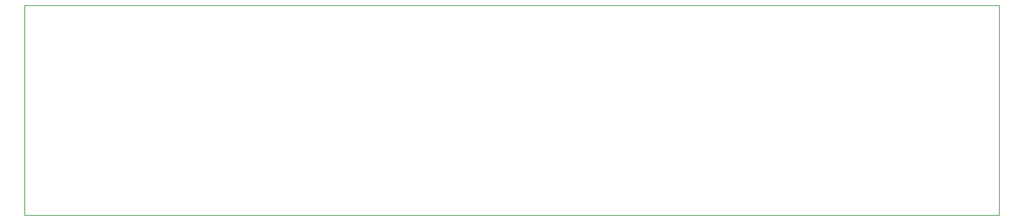
<source format=gko>
*%FSLAX24Y24*%
*%MOIN*%
G01*
%ADD11C,0.0000*%
%ADD12C,0.0050*%
%ADD13C,0.0060*%
%ADD14C,0.0070*%
%ADD15C,0.0073*%
%ADD16C,0.0079*%
%ADD17C,0.0080*%
%ADD18C,0.0098*%
%ADD19C,0.0100*%
%ADD20C,0.0120*%
%ADD21C,0.0140*%
%ADD22C,0.0160*%
%ADD23C,0.0180*%
%ADD24C,0.0180*%
%ADD25C,0.0200*%
%ADD26C,0.0200*%
%ADD27C,0.0250*%
%ADD28C,0.0260*%
%ADD29C,0.0300*%
%ADD30C,0.0300*%
%ADD31C,0.0320*%
%ADD32C,0.0320*%
%ADD33C,0.0340*%
%ADD34C,0.0360*%
%ADD35C,0.0380*%
%ADD36C,0.0394*%
%ADD37C,0.0400*%
%ADD38C,0.0400*%
%ADD39C,0.0434*%
%ADD40C,0.0440*%
%ADD41C,0.0450*%
%ADD42C,0.0500*%
%ADD43C,0.0500*%
%ADD44C,0.0520*%
%ADD45C,0.0540*%
%ADD46C,0.0560*%
%ADD47O,0.0560X0.0850*%
%ADD48C,0.0580*%
%ADD49C,0.0600*%
%ADD50O,0.0600X0.0890*%
%ADD51C,0.0620*%
%ADD52C,0.0640*%
%ADD53C,0.0670*%
%ADD54C,0.0680*%
%ADD55C,0.0700*%
%ADD56C,0.0740*%
%ADD57C,0.0760*%
%ADD58C,0.0800*%
%ADD59C,0.0800*%
%ADD60C,0.0820*%
%ADD61C,0.0827*%
%ADD62C,0.0840*%
%ADD63C,0.0870*%
%ADD64C,0.0900*%
%ADD65C,0.1000*%
%ADD66C,0.1000*%
%ADD67C,0.1040*%
%ADD68C,0.1200*%
%ADD69C,0.1250*%
%ADD70C,0.1500*%
%ADD71C,0.1516*%
%ADD72C,0.1516*%
%ADD73C,0.2000*%
%ADD74C,0.2040*%
%ADD75C,0.2500*%
%ADD76R,0.0200X0.0200*%
%ADD77R,0.0200X0.0500*%
%ADD78R,0.0200X0.0650*%
%ADD79R,0.0200X0.1600*%
%ADD80R,0.0280X0.0600*%
%ADD81R,0.0300X0.0300*%
%ADD82R,0.0320X0.0640*%
%ADD83R,0.0350X0.0550*%
%ADD84R,0.0350X0.0800*%
%ADD85R,0.0360X0.0600*%
%ADD86R,0.0360X0.1300*%
%ADD87R,0.0400X0.0400*%
%ADD88R,0.0400X0.0640*%
%ADD89R,0.0400X0.1350*%
%ADD90R,0.0420X0.0850*%
%ADD91R,0.0440X0.1390*%
%ADD92R,0.0460X0.0890*%
%ADD93R,0.0500X0.0400*%
%ADD94R,0.0500X0.0500*%
%ADD95R,0.0500X0.0500*%
%ADD96R,0.0500X0.1200*%
%ADD97R,0.0540X0.0440*%
%ADD98R,0.0540X0.0540*%
%ADD99R,0.0540X0.0960*%
%ADD100R,0.0550X0.0650*%
%ADD101R,0.0551X0.0394*%
%ADD102R,0.0551X0.1417*%
%ADD103R,0.0560X0.0750*%
%ADD104R,0.0591X0.0984*%
%ADD105R,0.0591X0.0434*%
%ADD106R,0.0600X0.0600*%
%ADD107R,0.0600X0.0600*%
%ADD108R,0.0600X0.0790*%
%ADD109R,0.0600X0.1000*%
%ADD110R,0.0600X0.1250*%
%ADD111R,0.0631X0.1024*%
%ADD112R,0.0640X0.0640*%
%ADD113R,0.0640X0.1040*%
%ADD114R,0.0640X0.1290*%
%ADD115R,0.0700X0.0600*%
%ADD116R,0.0700X0.0700*%
%ADD117R,0.0700X0.0700*%
%ADD118R,0.0740X0.0640*%
%ADD119R,0.0740X0.0740*%
%ADD120R,0.0750X0.0750*%
%ADD121R,0.0790X0.0790*%
%ADD122R,0.0800X0.0800*%
%ADD123R,0.0800X0.0800*%
%ADD124R,0.0800X0.1250*%
%ADD125R,0.0840X0.0840*%
%ADD126R,0.0850X0.0500*%
%ADD127R,0.0890X0.0540*%
%ADD128R,0.0960X0.0540*%
%ADD129R,0.0960X0.1220*%
%ADD130R,0.1000X0.0600*%
%ADD131R,0.1000X0.1000*%
%ADD132R,0.1000X0.1250*%
%ADD133R,0.1040X0.0640*%
%ADD134R,0.1040X0.1040*%
%ADD135R,0.1040X0.1290*%
%ADD136R,0.1102X0.0394*%
%ADD137R,0.1200X0.0500*%
%ADD138R,0.1200X0.0950*%
%ADD139R,0.1200X0.1000*%
%ADD140R,0.1220X0.0960*%
%ADD141R,0.1250X0.0600*%
%ADD142R,0.1250X0.1000*%
%ADD143R,0.1290X0.0640*%
%ADD144R,0.1290X0.1040*%
%ADD145R,0.1300X0.0360*%
%ADD146R,0.1350X0.0400*%
%ADD147R,0.1390X0.0440*%
%ADD148R,0.1500X0.1500*%
%ADD149R,0.1540X0.1540*%
%ADD150R,0.1600X0.1600*%
%ADD151R,0.1700X0.1700*%
%ADD152R,0.1800X0.1800*%
%ADD153R,0.1900X0.0700*%
%ADD154R,0.1900X0.1900*%
%ADD155R,0.2000X0.0750*%
%ADD156R,0.2000X0.2000*%
%ADD157R,0.2040X0.0790*%
%ADD158R,0.2100X0.2100*%
%ADD159R,0.2200X0.2200*%
%ADD160R,0.2300X0.2300*%
%ADD161R,0.2400X0.1800*%
%ADD162R,0.2500X0.2500*%
D20*
X49640Y57810D02*
Y97810D01*
X234640D02*
Y57810D01*
X49640D01*
Y97810D02*
X234640D01*
D02*
M02*

</source>
